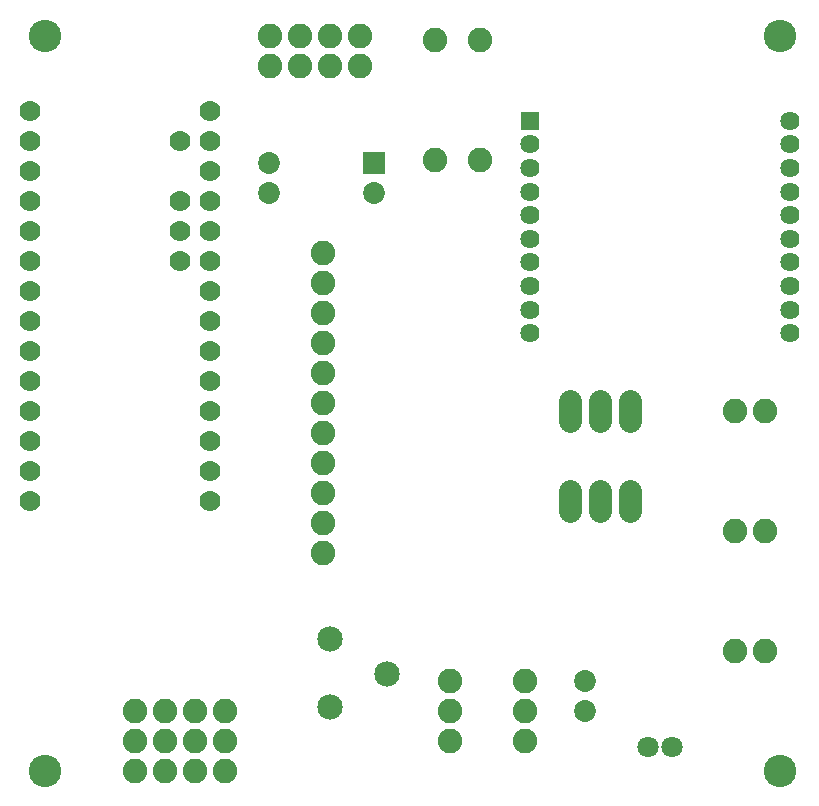
<source format=gbs>
G75*
%MOIN*%
%OFA0B0*%
%FSLAX25Y25*%
%IPPOS*%
%LPD*%
%AMOC8*
5,1,8,0,0,1.08239X$1,22.5*
%
%ADD10C,0.10800*%
%ADD11C,0.07531*%
%ADD12C,0.07300*%
%ADD13C,0.08200*%
%ADD14C,0.08477*%
%ADD15C,0.07099*%
%ADD16C,0.06400*%
%ADD17R,0.06400X0.06400*%
%ADD18C,0.07000*%
%ADD19R,0.07300X0.07300*%
D10*
X0018000Y0018000D03*
X0018000Y0263000D03*
X0263000Y0263000D03*
X0263000Y0018000D03*
D11*
X0213000Y0104635D02*
X0213000Y0111365D01*
X0203000Y0111365D02*
X0203000Y0104635D01*
X0193000Y0104635D02*
X0193000Y0111365D01*
X0193000Y0134635D02*
X0193000Y0141365D01*
X0203000Y0141365D02*
X0203000Y0134635D01*
X0213000Y0134635D02*
X0213000Y0141365D01*
D12*
X0127800Y0210400D03*
X0092800Y0210400D03*
X0092800Y0220400D03*
X0198000Y0048000D03*
X0198000Y0038000D03*
D13*
X0178000Y0038000D03*
X0178000Y0028000D03*
X0178000Y0048000D03*
X0153000Y0048000D03*
X0153000Y0038000D03*
X0153000Y0028000D03*
X0110500Y0090500D03*
X0110500Y0100500D03*
X0110500Y0110500D03*
X0110500Y0120500D03*
X0110500Y0130500D03*
X0110500Y0140500D03*
X0110500Y0150500D03*
X0110500Y0160500D03*
X0110500Y0170500D03*
X0110500Y0180500D03*
X0110500Y0190500D03*
X0148000Y0221700D03*
X0163000Y0221700D03*
X0163000Y0261700D03*
X0148000Y0261700D03*
X0123000Y0263000D03*
X0123000Y0253000D03*
X0113000Y0253000D03*
X0113000Y0263000D03*
X0103000Y0263000D03*
X0103000Y0253000D03*
X0093000Y0253000D03*
X0093000Y0263000D03*
X0248000Y0138000D03*
X0258000Y0138000D03*
X0258000Y0098000D03*
X0248000Y0098000D03*
X0248000Y0058000D03*
X0258000Y0058000D03*
X0078000Y0038000D03*
X0068000Y0038000D03*
X0068000Y0028000D03*
X0068000Y0018000D03*
X0078000Y0018000D03*
X0078000Y0028000D03*
X0058000Y0028000D03*
X0058000Y0018000D03*
X0048000Y0018000D03*
X0048000Y0028000D03*
X0048000Y0038000D03*
X0058000Y0038000D03*
D14*
X0113000Y0039102D03*
X0131898Y0050126D03*
X0113000Y0061937D03*
D15*
X0219063Y0025835D03*
X0226937Y0025835D03*
D16*
X0266307Y0163787D03*
X0266307Y0171661D03*
X0266307Y0179535D03*
X0266307Y0187409D03*
X0266307Y0195283D03*
X0266307Y0203157D03*
X0266307Y0211031D03*
X0266307Y0218906D03*
X0266307Y0226780D03*
X0266307Y0234654D03*
X0179693Y0226780D03*
X0179693Y0218906D03*
X0179693Y0211031D03*
X0179693Y0203157D03*
X0179693Y0195283D03*
X0179693Y0187409D03*
X0179693Y0179535D03*
X0179693Y0171661D03*
X0179693Y0163787D03*
D17*
X0179693Y0234654D03*
D18*
X0073000Y0238000D03*
X0073000Y0228000D03*
X0063000Y0228000D03*
X0073000Y0218000D03*
X0073000Y0208000D03*
X0063000Y0208000D03*
X0063000Y0198000D03*
X0073000Y0198000D03*
X0073000Y0188000D03*
X0073000Y0178000D03*
X0063000Y0188000D03*
X0073000Y0168000D03*
X0073000Y0158000D03*
X0073000Y0148000D03*
X0073000Y0138000D03*
X0073000Y0128000D03*
X0073000Y0118000D03*
X0073000Y0108000D03*
X0013000Y0108000D03*
X0013000Y0118000D03*
X0013000Y0128000D03*
X0013000Y0138000D03*
X0013000Y0148000D03*
X0013000Y0158000D03*
X0013000Y0168000D03*
X0013000Y0178000D03*
X0013000Y0188000D03*
X0013000Y0198000D03*
X0013000Y0208000D03*
X0013000Y0218000D03*
X0013000Y0228000D03*
X0013000Y0238000D03*
D19*
X0127800Y0220400D03*
M02*

</source>
